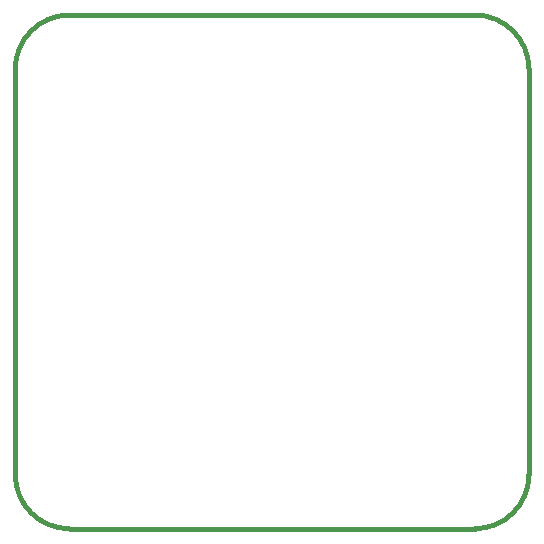
<source format=gm1>
G04*
G04 #@! TF.GenerationSoftware,Altium Limited,Altium Designer,21.1.1 (26)*
G04*
G04 Layer_Color=16711935*
%FSLAX25Y25*%
%MOIN*%
G70*
G04*
G04 #@! TF.SameCoordinates,EC72FFD8-62BE-425B-AFB2-474ABE2E55C8*
G04*
G04*
G04 #@! TF.FilePolarity,Positive*
G04*
G01*
G75*
%ADD74C,0.01500*%
D74*
X67520Y-85630D02*
G03*
X85630Y-67520I0J18110D01*
G01*
Y67520D02*
G03*
X67520Y85630I-18110J0D01*
G01*
X-67520D02*
G03*
X-85630Y67520I0J-18110D01*
G01*
Y-67520D02*
G03*
X-67520Y-85630I18110J0D01*
G01*
X67520D01*
X85630Y-67520D02*
Y67520D01*
X-67520Y85630D02*
X67520D01*
X-85630Y-67520D02*
Y67520D01*
M02*

</source>
